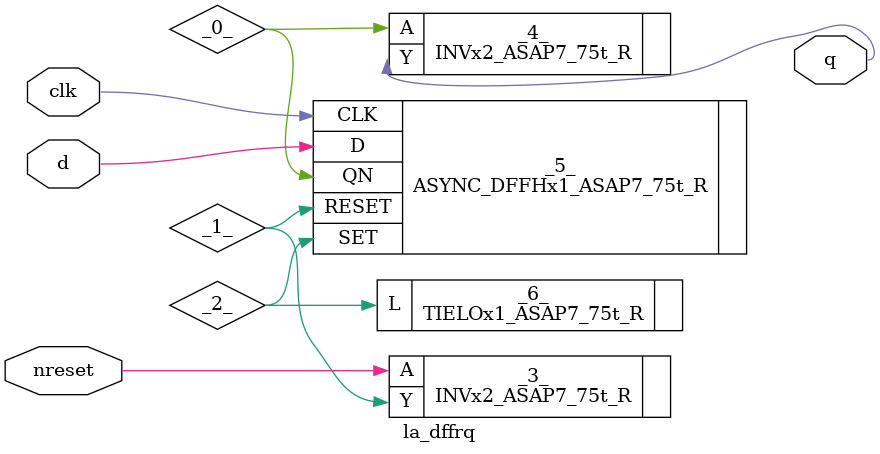
<source format=v>

/* Generated by Yosys 0.37 (git sha1 a5c7f69ed, clang 14.0.0-1ubuntu1.1 -fPIC -Os) */

module la_dffrq(d, clk, nreset, q);
  wire _0_;
  wire _1_;
  wire _2_;
  input clk;
  wire clk;
  input d;
  wire d;
  input nreset;
  wire nreset;
  output q;
  wire q;
  INVx2_ASAP7_75t_R _3_ (
    .A(nreset),
    .Y(_1_)
  );
  INVx2_ASAP7_75t_R _4_ (
    .A(_0_),
    .Y(q)
  );
  ASYNC_DFFHx1_ASAP7_75t_R _5_ (
    .CLK(clk),
    .D(d),
    .QN(_0_),
    .RESET(_1_),
    .SET(_2_)
  );
  TIELOx1_ASAP7_75t_R _6_ (
    .L(_2_)
  );
endmodule

</source>
